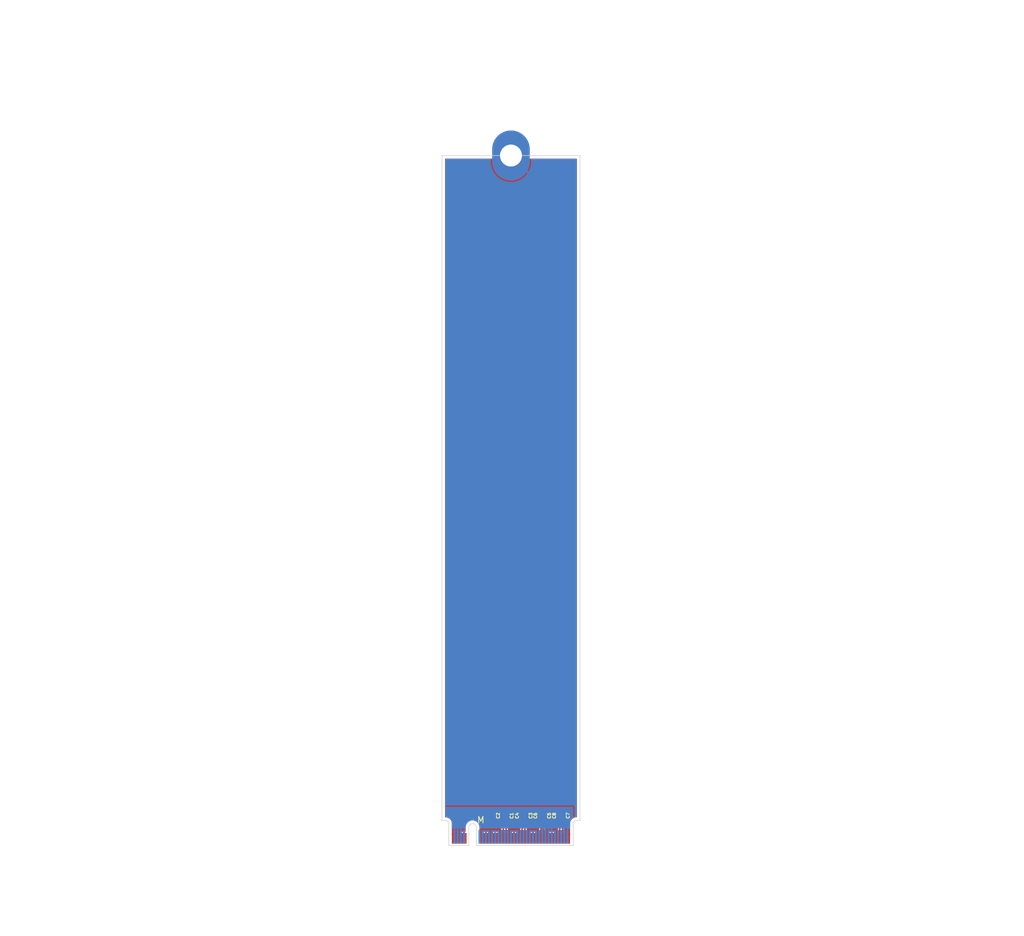
<source format=kicad_pcb>
(kicad_pcb (version 20241229) (generator "pcbnew") (generator_version "9.0")
  (layers (0 "F.Cu" signal) (2 "B.Cu" signal) (13 "F.Paste" user) (15 "B.Paste" user) (5 "F.SilkS" user "F.Silkscreen") (7 "B.SilkS" user "B.Silkscreen") (1 "F.Mask" user) (3 "B.Mask" user) (25 "Edge.Cuts" user))
  (net 0 "")
  (net 1 "/M.2 M Key/PET1P")
  (net 2 "/M.2 M Key/PET1N")
  (net 3 "/M.2 M Key/PET0P")
  (net 4 "/M.2 M Key/PET0N")
  (net 5 "/M.2 M Key/PET2N")
  (net 6 "/M.2 M Key/PET3N")
  (net 7 "/M.2 M Key/PET3P")
  (net 8 "/M.2 M Key/PET2P")
  (net 9 "/PET2+")
  (net 10 "/PET3+")
  (net 11 "/PET0-")
  (net 12 "/PET1-")
  (net 13 "/PET1+")
  (net 14 "/PET2-")
  (net 15 "/PET0+")
  (net 16 "/PET3-")
  (net 17 "GND")
  (net 18 "+3.3V")
  (net 21 "/LED1#")
  (net 22 "/PER3-")
  (net 23 "/PER3+")
  (net 26 "/PER2-")
  (net 28 "/PER2+")
  (net 34 "/PER1-")
  (net 36 "/PER1+")
  (net 37 "/DEVSLP")
  (net 42 "/PER0-")
  (net 44 "/PER0+")
  (net 45 "/PERST#")
  (net 46 "/CLKREQ#")
  (net 47 "/REFCLK-")
  (net 48 "/PEWAKE#")
  (net 49 "/REFCLK+")
  (net 53 "/SUSCLK")
  (net 54 "/PEDET")
  (footprint "Capacitor_SMD:C_0201_0603Metric" (layer "F.Cu") (at 104.86 153.02 90)
    (property "Reference" "C2" (at 0 -0.705 90) (layer "F.SilkS") (effects (font (size 0.5 0.5))))
    (property "Value" "220nF")
    (pad "1" smd roundrect (at -0.32 0 90) (size 0.46 0.4) (layers "F.Cu" "F.Mask") (net 3 "/M.2 M Key/PET0P"))
    (pad "2" smd roundrect (at 0.32 0 90) (size 0.46 0.4) (layers "F.Cu" "F.Mask") (net 15 "/PET0+"))
  )
  (footprint "Capacitor_SMD:C_0201_0603Metric" (layer "F.Cu") (at 105.56 153.02 90)
    (property "Reference" "C1" (at 0 0.765 90) (layer "F.SilkS") (effects (font (size 0.5 0.5))))
    (property "Value" "220nF")
    (pad "1" smd roundrect (at -0.32 0 90) (size 0.46 0.4) (layers "F.Cu" "F.Mask") (net 4 "/M.2 M Key/PET0N"))
    (pad "2" smd roundrect (at 0.32 0 90) (size 0.46 0.4) (layers "F.Cu" "F.Mask") (net 11 "/PET0-"))
  )
  (footprint "Capacitor_SMD:C_0201_0603Metric" (layer "F.Cu") (at 108.56 153.02 90)
    (property "Reference" "C3" (at 0 0.795 90) (layer "F.SilkS") (effects (font (size 0.5 0.5))))
    (property "Value" "220nF")
    (pad "1" smd roundrect (at -0.32 0 90) (size 0.46 0.4) (layers "F.Cu" "F.Mask") (net 2 "/M.2 M Key/PET1N"))
    (pad "2" smd roundrect (at 0.32 0 90) (size 0.46 0.4) (layers "F.Cu" "F.Mask") (net 12 "/PET1-"))
  )
  (footprint "PCIexpress:M.2 Mounting Pad" (layer "F.Cu") (at 106.21 47.78)
    (property "Reference" "H1")
    (property "Value" "MountingHole_Pad")
    (pad "1" thru_hole circle (at 0 0) (size 5.5 5.5) (drill 3.5) (property pad_prop_castellated) (layers "*.Cu" "*.Mask") (net 17 "GND") (padstack (mode front_inner_back) (layer "Inner" (shape circle) (size 5.5 5.5)) (layer "B.Cu" (shape oval) (size 6 8))))
  )
  (footprint "PCIexpress:M.2 M Key Connector" (layer "F.Cu") (at 106.21 156.67)
    (property "Reference" "J1")
    (property "Value" "~")
    (fp_line (start -11 -2.89) (end -10.425 -2.89) (stroke (width 0.1)) (layer "Edge.Cuts"))
    (fp_line (start -9.925 -2.39) (end -9.925 1.11) (stroke (width 0.1)) (layer "Edge.Cuts"))
    (fp_line (start -6.725 -1.79) (end -6.725 1.11) (stroke (width 0.1)) (layer "Edge.Cuts"))
    (fp_line (start -6.725 1.11) (end -9.925 1.11) (stroke (width 0.1)) (layer "Edge.Cuts"))
    (fp_line (start -5.525 -1.79) (end -5.525 1.11) (stroke (width 0.1)) (layer "Edge.Cuts"))
    (fp_line (start -5.525 1.11) (end 9.925 1.11) (stroke (width 0.1)) (layer "Edge.Cuts"))
    (fp_line (start 9.925 -2.39) (end 9.925 1.11) (stroke (width 0.1)) (layer "Edge.Cuts"))
    (fp_line (start 10.425 -2.89) (end 11 -2.89) (stroke (width 0.1)) (layer "Edge.Cuts"))
    (fp_arc (start -10.425 -2.89) (mid -10.071447 -2.743553) (end -9.925 -2.39) (stroke (width 0.1)) (layer "Edge.Cuts"))
    (fp_arc (start -6.725 -1.79) (mid -6.125 -2.39) (end -5.525 -1.79) (stroke (width 0.1)) (layer "Edge.Cuts"))
    (fp_arc (start 9.925 -2.39) (mid 10.071447 -2.743553) (end 10.425 -2.89) (stroke (width 0.1)) (layer "Edge.Cuts"))
    (fp_text user "M" (at -5.475 -2.375 0) (layer "F.SilkS") (effects (justify left bottom)))
    (pad "1" smd rect (at 9.25 -0.04 180) (size 0.35 1.7) (layers "F.Cu") (net 17 "GND"))
    (pad "2" smd rect (at 9 -0.29 180) (size 0.35 2.2) (layers "B.Cu") (net 18 "+3.3V"))
    (pad "3" smd rect (at 8.75 -0.04 180) (size 0.35 1.7) (layers "F.Cu") (net 17 "GND"))
    (pad "4" smd rect (at 8.5 -0.29 180) (size 0.35 2.2) (layers "B.Cu") (net 18 "+3.3V"))
    (pad "5" smd rect (at 8.25 -0.04 180) (size 0.35 1.7) (layers "F.Cu") (net 6 "/M.2 M Key/PET3N"))
    (pad "6" smd rect (at 8 -0.29 180) (size 0.35 2.2) (layers "B.Cu"))
    (pad "7" smd rect (at 7.75 -0.04 180) (size 0.35 1.7) (layers "F.Cu") (net 7 "/M.2 M Key/PET3P"))
    (pad "8" smd rect (at 7.5 -0.29 180) (size 0.35 2.2) (layers "B.Cu"))
    (pad "9" smd rect (at 7.25 -0.04 180) (size 0.35 1.7) (layers "F.Cu") (net 17 "GND"))
    (pad "10" smd rect (at 7 -0.29 180) (size 0.35 2.2) (layers "B.Cu") (net 21 "/LED1#"))
    (pad "11" smd rect (at 6.75 -0.04 180) (size 0.35 1.7) (layers "F.Cu") (net 22 "/PER3-"))
    (pad "12" smd rect (at 6.5 -0.29 180) (size 0.35 2.2) (layers "B.Cu") (net 18 "+3.3V"))
    (pad "13" smd rect (at 6.25 -0.04 180) (size 0.35 1.7) (layers "F.Cu") (net 23 "/PER3+"))
    (pad "14" smd rect (at 6 -0.29 180) (size 0.35 2.2) (layers "B.Cu") (net 18 "+3.3V"))
    (pad "15" smd rect (at 5.75 -0.04 180) (size 0.35 1.7) (layers "F.Cu") (net 17 "GND"))
    (pad "16" smd rect (at 5.5 -0.29 180) (size 0.35 2.2) (layers "B.Cu") (net 18 "+3.3V"))
    (pad "17" smd rect (at 5.25 -0.04 180) (size 0.35 1.7) (layers "F.Cu") (net 5 "/M.2 M Key/PET2N"))
    (pad "18" smd rect (at 5 -0.29 180) (size 0.35 2.2) (layers "B.Cu") (net 18 "+3.3V"))
    (pad "19" smd rect (at 4.75 -0.04 180) (size 0.35 1.7) (layers "F.Cu") (net 8 "/M.2 M Key/PET2P"))
    (pad "20" smd rect (at 4.5 -0.29 180) (size 0.35 2.2) (layers "B.Cu"))
    (pad "21" smd rect (at 4.25 -0.04 180) (size 0.35 1.7) (layers "F.Cu") (net 17 "GND"))
    (pad "22" smd rect (at 4 -0.29 180) (size 0.35 2.2) (layers "B.Cu"))
    (pad "23" smd rect (at 3.75 -0.04 180) (size 0.35 1.7) (layers "F.Cu") (net 26 "/PER2-"))
    (pad "24" smd rect (at 3.5 -0.29 180) (size 0.35 2.2) (layers "B.Cu"))
    (pad "25" smd rect (at 3.25 -0.04 180) (size 0.35 1.7) (layers "F.Cu") (net 28 "/PER2+"))
    (pad "26" smd rect (at 3 -0.29 180) (size 0.35 2.2) (layers "B.Cu"))
    (pad "27" smd rect (at 2.75 -0.04 180) (size 0.35 1.7) (layers "F.Cu") (net 17 "GND"))
    (pad "28" smd rect (at 2.5 -0.29 180) (size 0.35 2.2) (layers "B.Cu"))
    (pad "29" smd rect (at 2.25 -0.04 180) (size 0.35 1.7) (layers "F.Cu") (net 2 "/M.2 M Key/PET1N"))
    (pad "30" smd rect (at 2 -0.29 180) (size 0.35 2.2) (layers "B.Cu"))
    (pad "31" smd rect (at 1.75 -0.04 180) (size 0.35 1.7) (layers "F.Cu") (net 1 "/M.2 M Key/PET1P"))
    (pad "32" smd rect (at 1.5 -0.29 180) (size 0.35 2.2) (layers "B.Cu"))
    (pad "33" smd rect (at 1.25 -0.04 180) (size 0.35 1.7) (layers "F.Cu") (net 17 "GND"))
    (pad "34" smd rect (at 1 -0.29 180) (size 0.35 2.2) (layers "B.Cu"))
    (pad "35" smd rect (at 0.75 -0.04 180) (size 0.35 1.7) (layers "F.Cu") (net 34 "/PER1-"))
    (pad "36" smd rect (at 0.5 -0.29 180) (size 0.35 2.2) (layers "B.Cu"))
    (pad "37" smd rect (at 0.25 -0.04 180) (size 0.35 1.7) (layers "F.Cu") (net 36 "/PER1+"))
    (pad "38" smd rect (at 0 -0.29 180) (size 0.35 2.2) (layers "B.Cu") (net 37 "/DEVSLP"))
    (pad "39" smd rect (at -0.25 -0.04 180) (size 0.35 1.7) (layers "F.Cu") (net 17 "GND"))
    (pad "40" smd rect (at -0.5 -0.29 180) (size 0.35 2.2) (layers "B.Cu"))
    (pad "41" smd rect (at -0.75 -0.04 180) (size 0.35 1.7) (layers "F.Cu") (net 4 "/M.2 M Key/PET0N"))
    (pad "42" smd rect (at -1 -0.29 180) (size 0.35 2.2) (layers "B.Cu"))
    (pad "43" smd rect (at -1.25 -0.04 180) (size 0.35 1.7) (layers "F.Cu") (net 3 "/M.2 M Key/PET0P"))
    (pad "44" smd rect (at -1.5 -0.29 180) (size 0.35 2.2) (layers "B.Cu"))
    (pad "45" smd rect (at -1.75 -0.04 180) (size 0.35 1.7) (layers "F.Cu") (net 17 "GND"))
    (pad "46" smd rect (at -2 -0.29 180) (size 0.35 2.2) (layers "B.Cu"))
    (pad "47" smd rect (at -2.25 -0.04 180) (size 0.35 1.7) (layers "F.Cu") (net 42 "/PER0-"))
    (pad "48" smd rect (at -2.5 -0.29 180) (size 0.35 2.2) (layers "B.Cu"))
    (pad "49" smd rect (at -2.75 -0.04 180) (size 0.35 1.7) (layers "F.Cu") (net 44 "/PER0+"))
    (pad "50" smd rect (at -3 -0.29 180) (size 0.35 2.2) (layers "B.Cu") (net 45 "/PERST#"))
    (pad "51" smd rect (at -3.25 -0.04 180) (size 0.35 1.7) (layers "F.Cu") (net 17 "GND"))
    (pad "52" smd rect (at -3.5 -0.29 180) (size 0.35 2.2) (layers "B.Cu") (net 46 "/CLKREQ#"))
    (pad "53" smd rect (at -3.75 -0.04 180) (size 0.35 1.7) (layers "F.Cu") (net 47 "/REFCLK-"))
    (pad "54" smd rect (at -4 -0.29 180) (size 0.35 2.2) (layers "B.Cu") (net 48 "/PEWAKE#"))
    (pad "55" smd rect (at -4.25 -0.04 180) (size 0.35 1.7) (layers "F.Cu") (net 49 "/REFCLK+"))
    (pad "56" smd rect (at -4.5 -0.29 180) (size 0.35 2.2) (layers "B.Cu"))
    (pad "57" smd rect (at -4.75 -0.04 180) (size 0.35 1.7) (layers "F.Cu") (net 17 "GND"))
    (pad "58" smd rect (at -5 -0.29 180) (size 0.35 2.2) (layers "B.Cu"))
    (pad "67" smd rect (at -7.25 -0.04 180) (size 0.35 1.7) (layers "F.Cu"))
    (pad "68" smd rect (at -7.5 -0.29 180) (size 0.35 2.2) (layers "B.Cu") (net 53 "/SUSCLK"))
    (pad "69" smd rect (at -7.75 -0.04 180) (size 0.35 1.7) (layers "F.Cu") (net 54 "/PEDET"))
    (pad "70" smd rect (at -8 -0.29 180) (size 0.35 2.2) (layers "B.Cu") (net 18 "+3.3V"))
    (pad "71" smd rect (at -8.25 -0.04 180) (size 0.35 1.7) (layers "F.Cu") (net 17 "GND"))
    (pad "72" smd rect (at -8.5 -0.29 180) (size 0.35 2.2) (layers "B.Cu") (net 18 "+3.3V"))
    (pad "73" smd rect (at -8.75 -0.04 180) (size 0.35 1.7) (layers "F.Cu") (net 17 "GND"))
    (pad "74" smd rect (at -9 -0.29 180) (size 0.35 2.2) (layers "B.Cu") (net 18 "+3.3V"))
    (pad "75" smd rect (at -9.25 -0.04 180) (size 0.35 1.7) (layers "F.Cu") (net 17 "GND"))
  )
  (footprint "Capacitor_SMD:C_0201_0603Metric" (layer "F.Cu") (at 110.86 153.02 90)
    (property "Reference" "C6" (at 0 -0.755 90) (layer "F.SilkS") (effects (font (size 0.5 0.5))))
    (property "Value" "220nF")
    (pad "1" smd roundrect (at -0.32 0 90) (size 0.46 0.4) (layers "F.Cu" "F.Mask") (net 8 "/M.2 M Key/PET2P"))
    (pad "2" smd roundrect (at 0.32 0 90) (size 0.46 0.4) (layers "F.Cu" "F.Mask") (net 9 "/PET2+"))
  )
  (footprint "Capacitor_SMD:C_0201_0603Metric" (layer "F.Cu") (at 111.56 153.02 90)
    (property "Reference" "C5" (at 0 0.74 90) (layer "F.SilkS") (effects (font (size 0.5 0.5))))
    (property "Value" "220nF")
    (pad "1" smd roundrect (at -0.32 0 90) (size 0.46 0.4) (layers "F.Cu" "F.Mask") (net 5 "/M.2 M Key/PET2N"))
    (pad "2" smd roundrect (at 0.32 0 90) (size 0.46 0.4) (layers "F.Cu" "F.Mask") (net 14 "/PET2-"))
  )
  (footprint "Capacitor_SMD:C_0201_0603Metric" (layer "F.Cu") (at 114.56 153.02 90)
    (property "Reference" "C7" (at 0.005 0.735 90) (layer "F.SilkS") (effects (font (size 0.5 0.5))))
    (property "Value" "220nF")
    (pad "1" smd roundrect (at -0.32 0 90) (size 0.46 0.4) (layers "F.Cu" "F.Mask") (net 6 "/M.2 M Key/PET3N"))
    (pad "2" smd roundrect (at 0.32 0 90) (size 0.46 0.4) (layers "F.Cu" "F.Mask") (net 16 "/PET3-"))
  )
  (footprint "Capacitor_SMD:C_0201_0603Metric" (layer "F.Cu") (at 107.86 153.02 90)
    (property "Reference" "C4" (at 0 -0.675 90) (layer "F.SilkS") (effects (font (size 0.5 0.5))))
    (property "Value" "220nF")
    (pad "1" smd roundrect (at -0.32 0 90) (size 0.46 0.4) (layers "F.Cu" "F.Mask") (net 1 "/M.2 M Key/PET1P"))
    (pad "2" smd roundrect (at 0.32 0 90) (size 0.46 0.4) (layers "F.Cu" "F.Mask") (net 13 "/PET1+"))
  )
  (footprint "Capacitor_SMD:C_0201_0603Metric" (layer "F.Cu") (at 113.86 153.02 90)
    (property "Reference" "C8" (at 0 -0.75 90) (layer "F.SilkS") (effects (font (size 0.5 0.5))))
    (property "Value" "220nF")
    (pad "1" smd roundrect (at -0.32 0 90) (size 0.46 0.4) (layers "F.Cu" "F.Mask") (net 7 "/M.2 M Key/PET3P"))
    (pad "2" smd roundrect (at 0.32 0 90) (size 0.46 0.4) (layers "F.Cu" "F.Mask") (net 10 "/PET3+"))
  )
  (gr_line (start 95.21 47.78) (end 95.21 153.78) (stroke (width 0.1)) (layer "Edge.Cuts"))
  (gr_line (start 117.21 47.78) (end 95.21 47.78) (stroke (width 0.1)) (layer "Edge.Cuts"))
  (gr_line (start 117.21 153.78) (end 117.21 47.78) (stroke (width 0.1)) (layer "Edge.Cuts"))
  (segment (start 107.86 153.685001) (end 107.86 153.34) (width 0.2) (layer "F.Cu") (net 1))
  (segment (start 107.985 153.810001) (end 107.86 153.685001) (width 0.2) (layer "F.Cu") (net 1))
  (segment (start 107.985 155.329999) (end 107.985 153.810001) (width 0.2) (layer "F.Cu") (net 1))
  (segment (start 107.96 156.63) (end 107.96 155.354999) (width 0.2) (layer "F.Cu") (net 1))
  (segment (start 107.96 155.354999) (end 107.985 155.329999) (width 0.2) (layer "F.Cu") (net 1))
  (segment (start 108.56 153.685001) (end 108.56 153.34) (width 0.2) (layer "F.Cu") (net 2))
  (segment (start 108.46 155.354999) (end 108.435 155.329999) (width 0.2) (layer "F.Cu") (net 2))
  (segment (start 108.435 153.810001) (end 108.56 153.685001) (width 0.2) (layer "F.Cu") (net 2))
  (segment (start 108.435 155.329999) (end 108.435 153.810001) (width 0.2) (layer "F.Cu") (net 2))
  (segment (start 108.46 156.63) (end 108.46 155.354999) (width 0.2) (layer "F.Cu") (net 2))
  (segment (start 104.985 153.810001) (end 104.86 153.685001) (width 0.2) (layer "F.Cu") (net 3))
  (segment (start 104.96 156.63) (end 104.96 155.354999) (width 0.2) (layer "F.Cu") (net 3))
  (segment (start 104.96 155.354999) (end 104.985 155.329999) (width 0.2) (layer "F.Cu") (net 3))
  (segment (start 104.86 153.685001) (end 104.86 153.34) (width 0.2) (layer "F.Cu") (net 3))
  (segment (start 104.985 155.329999) (end 104.985 153.810001) (width 0.2) (layer "F.Cu") (net 3))
  (segment (start 105.46 155.354999) (end 105.435 155.329999) (width 0.2) (layer "F.Cu") (net 4))
  (segment (start 105.435 155.329999) (end 105.435 153.810001) (width 0.2) (layer "F.Cu") (net 4))
  (segment (start 105.435 153.810001) (end 105.56 153.685001) (width 0.2) (layer "F.Cu") (net 4))
  (segment (start 105.56 153.685001) (end 105.56 153.34) (width 0.2) (layer "F.Cu") (net 4))
  (segment (start 105.46 156.63) (end 105.46 155.354999) (width 0.2) (layer "F.Cu") (net 4))
  (segment (start 111.56 153.685001) (end 111.56 153.34) (width 0.2) (layer "F.Cu") (net 5))
  (segment (start 111.435 155.329999) (end 111.435 153.810001) (width 0.2) (layer "F.Cu") (net 5))
  (segment (start 111.46 155.354999) (end 111.435 155.329999) (width 0.2) (layer "F.Cu") (net 5))
  (segment (start 111.435 153.810001) (end 111.56 153.685001) (width 0.2) (layer "F.Cu") (net 5))
  (segment (start 111.46 156.63) (end 111.46 155.354999) (width 0.2) (layer "F.Cu") (net 5))
  (segment (start 114.46 156.63) (end 114.46 155.354999) (width 0.2) (layer "F.Cu") (net 6))
  (segment (start 114.46 155.354999) (end 114.435 155.329999) (width 0.2) (layer "F.Cu") (net 6))
  (segment (start 114.56 153.685001) (end 114.56 153.34) (width 0.2) (layer "F.Cu") (net 6))
  (segment (start 114.435 155.329999) (end 114.435 153.810001) (width 0.2) (layer "F.Cu") (net 6))
  (segment (start 114.435 153.810001) (end 114.56 153.685001) (width 0.2) (layer "F.Cu") (net 6))
  (segment (start 113.985 155.329999) (end 113.985 153.810001) (width 0.2) (layer "F.Cu") (net 7))
  (segment (start 113.86 153.685001) (end 113.86 153.34) (width 0.2) (layer "F.Cu") (net 7))
  (segment (start 113.96 156.63) (end 113.96 155.354999) (width 0.2) (layer "F.Cu") (net 7))
  (segment (start 113.96 155.354999) (end 113.985 155.329999) (width 0.2) (layer "F.Cu") (net 7))
  (segment (start 113.985 153.810001) (end 113.86 153.685001) (width 0.2) (layer "F.Cu") (net 7))
  (segment (start 110.985 153.810001) (end 110.86 153.685001) (width 0.2) (layer "F.Cu") (net 8))
  (segment (start 110.86 153.685001) (end 110.86 153.34) (width 0.2) (layer "F.Cu") (net 8))
  (segment (start 110.96 156.63) (end 110.96 155.354999) (width 0.2) (layer "F.Cu") (net 8))
  (segment (start 110.96 155.354999) (end 110.985 155.329999) (width 0.2) (layer "F.Cu") (net 8))
  (segment (start 110.985 155.329999) (end 110.985 153.810001) (width 0.2) (layer "F.Cu") (net 8))
  (zone (net 17) (net_name "GND") (layers "F.Cu" "B.Cu") (connect_pads (clearance 0.2)) (min_thickness 0.15) (fill yes (thermal_gap 0.2) (thermal_bridge_width 0.35))
    (polygon (pts (xy 91.21 156.19) (xy 91.21 47.765) (xy 121.21 47.765) (xy 121.21 156.11)))
  )
  (zone (net 18) (net_name "+3.3V") (layer "B.Cu") (priority 1) (connect_pads (clearance 0.2)) (min_thickness 0.1) (fill yes (thermal_gap 0.2) (thermal_bridge_width 0.25))
    (polygon (pts (xy 116.135 155.975) (xy 116.135 151.61) (xy 116.12 151.595) (xy 95.665 151.595) (xy 95.665 156.225) (xy 115.885 156.225)))
  )
)
</source>
